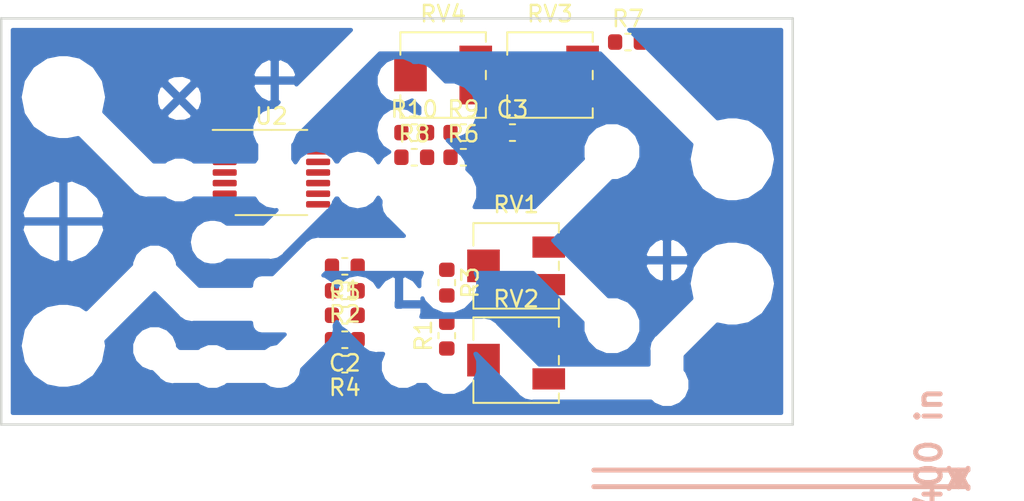
<source format=kicad_pcb>
(kicad_pcb (version 20171130) (host pcbnew 5.0.2+dfsg1-1)

  (general
    (thickness 1.6)
    (drawings 5)
    (tracks 0)
    (zones 0)
    (modules 18)
    (nets 21)
  )

  (page A4)
  (layers
    (0 F.Cu signal)
    (31 B.Cu power)
    (33 F.Adhes user)
    (35 F.Paste user)
    (37 F.SilkS user)
    (39 F.Mask user)
    (40 Dwgs.User user)
    (41 Cmts.User user)
    (42 Eco1.User user)
    (43 Eco2.User user)
    (44 Edge.Cuts user)
    (45 Margin user)
    (46 B.CrtYd user)
    (47 F.CrtYd user)
    (49 F.Fab user)
  )

  (setup
    (last_trace_width 1)
    (trace_clearance 0.2)
    (zone_clearance 0.508)
    (zone_45_only no)
    (trace_min 0.2)
    (segment_width 0.2)
    (edge_width 0.15)
    (via_size 0.8)
    (via_drill 0.4)
    (via_min_size 0.4)
    (via_min_drill 0.3)
    (uvia_size 0.3)
    (uvia_drill 0.1)
    (uvias_allowed no)
    (uvia_min_size 0.2)
    (uvia_min_drill 0.1)
    (pcb_text_width 0.3)
    (pcb_text_size 1.5 1.5)
    (mod_edge_width 0.15)
    (mod_text_size 1 1)
    (mod_text_width 0.15)
    (pad_size 1.524 1.524)
    (pad_drill 0.762)
    (pad_to_mask_clearance 0.051)
    (solder_mask_min_width 0.25)
    (aux_axis_origin 0 0)
    (grid_origin 132.334 94.996)
    (visible_elements FFFFEF7F)
    (pcbplotparams
      (layerselection 0x01000_fffffffe)
      (usegerberextensions true)
      (usegerberattributes true)
      (usegerberadvancedattributes false)
      (creategerberjobfile false)
      (gerberprecision 5)
      (excludeedgelayer true)
      (linewidth 0.100000)
      (plotframeref false)
      (viasonmask false)
      (mode 1)
      (useauxorigin false)
      (hpglpennumber 1)
      (hpglpenspeed 20)
      (hpglpendiameter 15.000000)
      (psnegative false)
      (psa4output false)
      (plotreference true)
      (plotvalue true)
      (plotinvisibletext false)
      (padsonsilk false)
      (subtractmaskfromsilk false)
      (outputformat 1)
      (mirror false)
      (drillshape 0)
      (scaleselection 1)
      (outputdirectory "GERBER/"))
  )

  (net 0 "")
  (net 1 GND)
  (net 2 "Net-(RV1-Pad2)")
  (net 3 "Net-(R5-Pad2)")
  (net 4 VCC)
  (net 5 "Net-(R2-Pad2)")
  (net 6 "Net-(R3-Pad1)")
  (net 7 "Net-(R4-Pad1)")
  (net 8 "Net-(RV2-Pad3)")
  (net 9 "Net-(C2-Pad2)")
  (net 10 "Net-(C3-Pad2)")
  (net 11 "Net-(R10-Pad2)")
  (net 12 "Net-(R9-Pad1)")
  (net 13 SENSOR_INPUT_B)
  (net 14 "Net-(R7-Pad1)")
  (net 15 "Net-(R6-Pad2)")
  (net 16 SENSOR_INPUT_A)
  (net 17 VOLTAGE_OUTPUT_B)
  (net 18 "Net-(RV4-Pad3)")
  (net 19 "Net-(RV3-Pad2)")
  (net 20 VOLTAGE_OUTPUT_A)

  (net_class Default "Ceci est la Netclass par défaut."
    (clearance 0.2)
    (trace_width 1)
    (via_dia 0.8)
    (via_drill 0.4)
    (uvia_dia 0.3)
    (uvia_drill 0.1)
    (add_net GND)
    (add_net "Net-(C2-Pad2)")
    (add_net "Net-(C3-Pad2)")
    (add_net "Net-(R10-Pad2)")
    (add_net "Net-(R2-Pad2)")
    (add_net "Net-(R3-Pad1)")
    (add_net "Net-(R4-Pad1)")
    (add_net "Net-(R5-Pad2)")
    (add_net "Net-(R6-Pad2)")
    (add_net "Net-(R7-Pad1)")
    (add_net "Net-(R9-Pad1)")
    (add_net "Net-(RV1-Pad2)")
    (add_net "Net-(RV2-Pad3)")
    (add_net "Net-(RV3-Pad2)")
    (add_net "Net-(RV4-Pad3)")
    (add_net SENSOR_INPUT_A)
    (add_net SENSOR_INPUT_B)
    (add_net VCC)
    (add_net VOLTAGE_OUTPUT_A)
    (add_net VOLTAGE_OUTPUT_B)
  )

  (module Capacitor_SMD:C_0603_1608Metric (layer F.Cu) (tedit 5B301BBE) (tstamp 5F68EE95)
    (at 159.859001 89.551001)
    (descr "Capacitor SMD 0603 (1608 Metric), square (rectangular) end terminal, IPC_7351 nominal, (Body size source: http://www.tortai-tech.com/upload/download/2011102023233369053.pdf), generated with kicad-footprint-generator")
    (tags capacitor)
    (path /5F68D700)
    (attr smd)
    (fp_text reference C3 (at 0 -1.43) (layer F.SilkS)
      (effects (font (size 1 1) (thickness 0.15)))
    )
    (fp_text value 100N (at 0 1.43) (layer F.Fab)
      (effects (font (size 1 1) (thickness 0.15)))
    )
    (fp_line (start -0.8 0.4) (end -0.8 -0.4) (layer F.Fab) (width 0.1))
    (fp_line (start -0.8 -0.4) (end 0.8 -0.4) (layer F.Fab) (width 0.1))
    (fp_line (start 0.8 -0.4) (end 0.8 0.4) (layer F.Fab) (width 0.1))
    (fp_line (start 0.8 0.4) (end -0.8 0.4) (layer F.Fab) (width 0.1))
    (fp_line (start -0.162779 -0.51) (end 0.162779 -0.51) (layer F.SilkS) (width 0.12))
    (fp_line (start -0.162779 0.51) (end 0.162779 0.51) (layer F.SilkS) (width 0.12))
    (fp_line (start -1.48 0.73) (end -1.48 -0.73) (layer F.CrtYd) (width 0.05))
    (fp_line (start -1.48 -0.73) (end 1.48 -0.73) (layer F.CrtYd) (width 0.05))
    (fp_line (start 1.48 -0.73) (end 1.48 0.73) (layer F.CrtYd) (width 0.05))
    (fp_line (start 1.48 0.73) (end -1.48 0.73) (layer F.CrtYd) (width 0.05))
    (fp_text user %R (at 0 0) (layer F.Fab)
      (effects (font (size 0.4 0.4) (thickness 0.06)))
    )
    (pad 1 smd roundrect (at -0.7875 0) (size 0.875 0.95) (layers F.Cu F.Paste F.Mask) (roundrect_rratio 0.25)
      (net 17 VOLTAGE_OUTPUT_B))
    (pad 2 smd roundrect (at 0.7875 0) (size 0.875 0.95) (layers F.Cu F.Paste F.Mask) (roundrect_rratio 0.25)
      (net 10 "Net-(C3-Pad2)"))
    (model ${KISYS3DMOD}/Capacitor_SMD.3dshapes/C_0603_1608Metric.wrl
      (at (xyz 0 0 0))
      (scale (xyz 1 1 1))
      (rotate (xyz 0 0 0))
    )
  )

  (module Potentiometer_SMD:Potentiometer_Vishay_TS53YJ_Vertical (layer F.Cu) (tedit 5A3D7171) (tstamp 5F68EDBA)
    (at 162.159001 86.021001)
    (descr "Potentiometer, vertical, Vishay TS53YJ, https://www.vishay.com/docs/51008/ts53.pdf")
    (tags "Potentiometer vertical Vishay TS53YJ")
    (path /5F68D6CB)
    (attr smd)
    (fp_text reference RV3 (at 0 -3.75) (layer F.SilkS)
      (effects (font (size 1 1) (thickness 0.15)))
    )
    (fp_text value 100K (at 0 3.75) (layer F.Fab)
      (effects (font (size 1 1) (thickness 0.15)))
    )
    (fp_text user %R (at 0 -2) (layer F.Fab)
      (effects (font (size 0.68 0.68) (thickness 0.15)))
    )
    (fp_line (start 3.25 -2.75) (end -3.25 -2.75) (layer F.CrtYd) (width 0.05))
    (fp_line (start 3.25 2.75) (end 3.25 -2.75) (layer F.CrtYd) (width 0.05))
    (fp_line (start -3.25 2.75) (end 3.25 2.75) (layer F.CrtYd) (width 0.05))
    (fp_line (start -3.25 -2.75) (end -3.25 2.75) (layer F.CrtYd) (width 0.05))
    (fp_line (start 2.62 2.04) (end 2.62 2.62) (layer F.SilkS) (width 0.12))
    (fp_line (start 2.62 -0.26) (end 2.62 0.26) (layer F.SilkS) (width 0.12))
    (fp_line (start 2.62 -2.62) (end 2.62 -2.039) (layer F.SilkS) (width 0.12))
    (fp_line (start -2.62 1.24) (end -2.62 2.62) (layer F.SilkS) (width 0.12))
    (fp_line (start -2.62 -2.62) (end -2.62 -1.24) (layer F.SilkS) (width 0.12))
    (fp_line (start -2.62 2.62) (end 2.62 2.62) (layer F.SilkS) (width 0.12))
    (fp_line (start -2.62 -2.62) (end 2.62 -2.62) (layer F.SilkS) (width 0.12))
    (fp_line (start -0.92 0.058) (end -0.92 -0.058) (layer F.Fab) (width 0.1))
    (fp_line (start -0.058 0.058) (end -0.92 0.058) (layer F.Fab) (width 0.1))
    (fp_line (start -0.058 0.92) (end -0.058 0.058) (layer F.Fab) (width 0.1))
    (fp_line (start 0.058 0.92) (end -0.058 0.92) (layer F.Fab) (width 0.1))
    (fp_line (start 0.058 0.058) (end 0.058 0.92) (layer F.Fab) (width 0.1))
    (fp_line (start 0.92 0.058) (end 0.058 0.058) (layer F.Fab) (width 0.1))
    (fp_line (start 0.92 -0.058) (end 0.92 0.058) (layer F.Fab) (width 0.1))
    (fp_line (start 0.058 -0.058) (end 0.92 -0.058) (layer F.Fab) (width 0.1))
    (fp_line (start 0.058 -0.92) (end 0.058 -0.058) (layer F.Fab) (width 0.1))
    (fp_line (start -0.058 -0.92) (end 0.058 -0.92) (layer F.Fab) (width 0.1))
    (fp_line (start -0.058 -0.058) (end -0.058 -0.92) (layer F.Fab) (width 0.1))
    (fp_line (start -0.92 -0.058) (end -0.058 -0.058) (layer F.Fab) (width 0.1))
    (fp_line (start 2.5 -2.5) (end -2.5 -2.5) (layer F.Fab) (width 0.1))
    (fp_line (start 2.5 2.5) (end 2.5 -2.5) (layer F.Fab) (width 0.1))
    (fp_line (start -2.5 2.5) (end 2.5 2.5) (layer F.Fab) (width 0.1))
    (fp_line (start -2.5 -2.5) (end -2.5 2.5) (layer F.Fab) (width 0.1))
    (fp_circle (center 0 0) (end 1.15 0) (layer F.Fab) (width 0.1))
    (pad 3 smd rect (at 2 1.15) (size 2 1.3) (layers F.Cu F.Paste F.Mask)
      (net 14 "Net-(R7-Pad1)"))
    (pad 2 smd rect (at -2 0) (size 2 2) (layers F.Cu F.Paste F.Mask)
      (net 19 "Net-(RV3-Pad2)"))
    (pad 1 smd rect (at 2 -1.15) (size 2 1.3) (layers F.Cu F.Paste F.Mask)
      (net 15 "Net-(R6-Pad2)"))
    (model ${KISYS3DMOD}/Potentiometer_SMD.3dshapes/Potentiometer_Vishay_TS53YJ_Vertical.wrl
      (at (xyz 0 0 0))
      (scale (xyz 1 1 1))
      (rotate (xyz 0 0 0))
    )
  )

  (module Potentiometer_SMD:Potentiometer_Vishay_TS53YJ_Vertical (layer F.Cu) (tedit 5A3D7171) (tstamp 5F68ED96)
    (at 155.609001 86.021001)
    (descr "Potentiometer, vertical, Vishay TS53YJ, https://www.vishay.com/docs/51008/ts53.pdf")
    (tags "Potentiometer vertical Vishay TS53YJ")
    (path /5F68D6B1)
    (attr smd)
    (fp_text reference RV4 (at 0 -3.75) (layer F.SilkS)
      (effects (font (size 1 1) (thickness 0.15)))
    )
    (fp_text value 100K (at 0 3.75) (layer F.Fab)
      (effects (font (size 1 1) (thickness 0.15)))
    )
    (fp_circle (center 0 0) (end 1.15 0) (layer F.Fab) (width 0.1))
    (fp_line (start -2.5 -2.5) (end -2.5 2.5) (layer F.Fab) (width 0.1))
    (fp_line (start -2.5 2.5) (end 2.5 2.5) (layer F.Fab) (width 0.1))
    (fp_line (start 2.5 2.5) (end 2.5 -2.5) (layer F.Fab) (width 0.1))
    (fp_line (start 2.5 -2.5) (end -2.5 -2.5) (layer F.Fab) (width 0.1))
    (fp_line (start -0.92 -0.058) (end -0.058 -0.058) (layer F.Fab) (width 0.1))
    (fp_line (start -0.058 -0.058) (end -0.058 -0.92) (layer F.Fab) (width 0.1))
    (fp_line (start -0.058 -0.92) (end 0.058 -0.92) (layer F.Fab) (width 0.1))
    (fp_line (start 0.058 -0.92) (end 0.058 -0.058) (layer F.Fab) (width 0.1))
    (fp_line (start 0.058 -0.058) (end 0.92 -0.058) (layer F.Fab) (width 0.1))
    (fp_line (start 0.92 -0.058) (end 0.92 0.058) (layer F.Fab) (width 0.1))
    (fp_line (start 0.92 0.058) (end 0.058 0.058) (layer F.Fab) (width 0.1))
    (fp_line (start 0.058 0.058) (end 0.058 0.92) (layer F.Fab) (width 0.1))
    (fp_line (start 0.058 0.92) (end -0.058 0.92) (layer F.Fab) (width 0.1))
    (fp_line (start -0.058 0.92) (end -0.058 0.058) (layer F.Fab) (width 0.1))
    (fp_line (start -0.058 0.058) (end -0.92 0.058) (layer F.Fab) (width 0.1))
    (fp_line (start -0.92 0.058) (end -0.92 -0.058) (layer F.Fab) (width 0.1))
    (fp_line (start -2.62 -2.62) (end 2.62 -2.62) (layer F.SilkS) (width 0.12))
    (fp_line (start -2.62 2.62) (end 2.62 2.62) (layer F.SilkS) (width 0.12))
    (fp_line (start -2.62 -2.62) (end -2.62 -1.24) (layer F.SilkS) (width 0.12))
    (fp_line (start -2.62 1.24) (end -2.62 2.62) (layer F.SilkS) (width 0.12))
    (fp_line (start 2.62 -2.62) (end 2.62 -2.039) (layer F.SilkS) (width 0.12))
    (fp_line (start 2.62 -0.26) (end 2.62 0.26) (layer F.SilkS) (width 0.12))
    (fp_line (start 2.62 2.04) (end 2.62 2.62) (layer F.SilkS) (width 0.12))
    (fp_line (start -3.25 -2.75) (end -3.25 2.75) (layer F.CrtYd) (width 0.05))
    (fp_line (start -3.25 2.75) (end 3.25 2.75) (layer F.CrtYd) (width 0.05))
    (fp_line (start 3.25 2.75) (end 3.25 -2.75) (layer F.CrtYd) (width 0.05))
    (fp_line (start 3.25 -2.75) (end -3.25 -2.75) (layer F.CrtYd) (width 0.05))
    (fp_text user %R (at 0 -2) (layer F.Fab)
      (effects (font (size 0.68 0.68) (thickness 0.15)))
    )
    (pad 1 smd rect (at 2 -1.15) (size 2 1.3) (layers F.Cu F.Paste F.Mask)
      (net 12 "Net-(R9-Pad1)"))
    (pad 2 smd rect (at -2 0) (size 2 2) (layers F.Cu F.Paste F.Mask)
      (net 17 VOLTAGE_OUTPUT_B))
    (pad 3 smd rect (at 2 1.15) (size 2 1.3) (layers F.Cu F.Paste F.Mask)
      (net 18 "Net-(RV4-Pad3)"))
    (model ${KISYS3DMOD}/Potentiometer_SMD.3dshapes/Potentiometer_Vishay_TS53YJ_Vertical.wrl
      (at (xyz 0 0 0))
      (scale (xyz 1 1 1))
      (rotate (xyz 0 0 0))
    )
  )

  (module Resistor_SMD:R_0603_1608Metric (layer F.Cu) (tedit 5B301BBD) (tstamp 5F68ECF2)
    (at 156.849001 91.061001)
    (descr "Resistor SMD 0603 (1608 Metric), square (rectangular) end terminal, IPC_7351 nominal, (Body size source: http://www.tortai-tech.com/upload/download/2011102023233369053.pdf), generated with kicad-footprint-generator")
    (tags resistor)
    (path /5F68D6D2)
    (attr smd)
    (fp_text reference R6 (at 0 -1.43) (layer F.SilkS)
      (effects (font (size 1 1) (thickness 0.15)))
    )
    (fp_text value 10K (at 0 1.43) (layer F.Fab)
      (effects (font (size 1 1) (thickness 0.15)))
    )
    (fp_line (start -0.8 0.4) (end -0.8 -0.4) (layer F.Fab) (width 0.1))
    (fp_line (start -0.8 -0.4) (end 0.8 -0.4) (layer F.Fab) (width 0.1))
    (fp_line (start 0.8 -0.4) (end 0.8 0.4) (layer F.Fab) (width 0.1))
    (fp_line (start 0.8 0.4) (end -0.8 0.4) (layer F.Fab) (width 0.1))
    (fp_line (start -0.162779 -0.51) (end 0.162779 -0.51) (layer F.SilkS) (width 0.12))
    (fp_line (start -0.162779 0.51) (end 0.162779 0.51) (layer F.SilkS) (width 0.12))
    (fp_line (start -1.48 0.73) (end -1.48 -0.73) (layer F.CrtYd) (width 0.05))
    (fp_line (start -1.48 -0.73) (end 1.48 -0.73) (layer F.CrtYd) (width 0.05))
    (fp_line (start 1.48 -0.73) (end 1.48 0.73) (layer F.CrtYd) (width 0.05))
    (fp_line (start 1.48 0.73) (end -1.48 0.73) (layer F.CrtYd) (width 0.05))
    (fp_text user %R (at 0 0) (layer F.Fab)
      (effects (font (size 0.4 0.4) (thickness 0.06)))
    )
    (pad 1 smd roundrect (at -0.7875 0) (size 0.875 0.95) (layers F.Cu F.Paste F.Mask) (roundrect_rratio 0.25)
      (net 4 VCC))
    (pad 2 smd roundrect (at 0.7875 0) (size 0.875 0.95) (layers F.Cu F.Paste F.Mask) (roundrect_rratio 0.25)
      (net 15 "Net-(R6-Pad2)"))
    (model ${KISYS3DMOD}/Resistor_SMD.3dshapes/R_0603_1608Metric.wrl
      (at (xyz 0 0 0))
      (scale (xyz 1 1 1))
      (rotate (xyz 0 0 0))
    )
  )

  (module Resistor_SMD:R_0603_1608Metric (layer F.Cu) (tedit 5B301BBD) (tstamp 5F68ECE1)
    (at 166.939001 84.001001)
    (descr "Resistor SMD 0603 (1608 Metric), square (rectangular) end terminal, IPC_7351 nominal, (Body size source: http://www.tortai-tech.com/upload/download/2011102023233369053.pdf), generated with kicad-footprint-generator")
    (tags resistor)
    (path /5F68D6D9)
    (attr smd)
    (fp_text reference R7 (at 0 -1.43) (layer F.SilkS)
      (effects (font (size 1 1) (thickness 0.15)))
    )
    (fp_text value 10K (at 0 1.43) (layer F.Fab)
      (effects (font (size 1 1) (thickness 0.15)))
    )
    (fp_text user %R (at 0 0) (layer F.Fab)
      (effects (font (size 0.4 0.4) (thickness 0.06)))
    )
    (fp_line (start 1.48 0.73) (end -1.48 0.73) (layer F.CrtYd) (width 0.05))
    (fp_line (start 1.48 -0.73) (end 1.48 0.73) (layer F.CrtYd) (width 0.05))
    (fp_line (start -1.48 -0.73) (end 1.48 -0.73) (layer F.CrtYd) (width 0.05))
    (fp_line (start -1.48 0.73) (end -1.48 -0.73) (layer F.CrtYd) (width 0.05))
    (fp_line (start -0.162779 0.51) (end 0.162779 0.51) (layer F.SilkS) (width 0.12))
    (fp_line (start -0.162779 -0.51) (end 0.162779 -0.51) (layer F.SilkS) (width 0.12))
    (fp_line (start 0.8 0.4) (end -0.8 0.4) (layer F.Fab) (width 0.1))
    (fp_line (start 0.8 -0.4) (end 0.8 0.4) (layer F.Fab) (width 0.1))
    (fp_line (start -0.8 -0.4) (end 0.8 -0.4) (layer F.Fab) (width 0.1))
    (fp_line (start -0.8 0.4) (end -0.8 -0.4) (layer F.Fab) (width 0.1))
    (pad 2 smd roundrect (at 0.7875 0) (size 0.875 0.95) (layers F.Cu F.Paste F.Mask) (roundrect_rratio 0.25)
      (net 1 GND))
    (pad 1 smd roundrect (at -0.7875 0) (size 0.875 0.95) (layers F.Cu F.Paste F.Mask) (roundrect_rratio 0.25)
      (net 14 "Net-(R7-Pad1)"))
    (model ${KISYS3DMOD}/Resistor_SMD.3dshapes/R_0603_1608Metric.wrl
      (at (xyz 0 0 0))
      (scale (xyz 1 1 1))
      (rotate (xyz 0 0 0))
    )
  )

  (module Resistor_SMD:R_0603_1608Metric (layer F.Cu) (tedit 5B301BBD) (tstamp 5F68ECD0)
    (at 153.839001 91.061001)
    (descr "Resistor SMD 0603 (1608 Metric), square (rectangular) end terminal, IPC_7351 nominal, (Body size source: http://www.tortai-tech.com/upload/download/2011102023233369053.pdf), generated with kicad-footprint-generator")
    (tags resistor)
    (path /5F68D6E1)
    (attr smd)
    (fp_text reference R8 (at 0 -1.43) (layer F.SilkS)
      (effects (font (size 1 1) (thickness 0.15)))
    )
    (fp_text value 10K (at 0 1.43) (layer F.Fab)
      (effects (font (size 1 1) (thickness 0.15)))
    )
    (fp_line (start -0.8 0.4) (end -0.8 -0.4) (layer F.Fab) (width 0.1))
    (fp_line (start -0.8 -0.4) (end 0.8 -0.4) (layer F.Fab) (width 0.1))
    (fp_line (start 0.8 -0.4) (end 0.8 0.4) (layer F.Fab) (width 0.1))
    (fp_line (start 0.8 0.4) (end -0.8 0.4) (layer F.Fab) (width 0.1))
    (fp_line (start -0.162779 -0.51) (end 0.162779 -0.51) (layer F.SilkS) (width 0.12))
    (fp_line (start -0.162779 0.51) (end 0.162779 0.51) (layer F.SilkS) (width 0.12))
    (fp_line (start -1.48 0.73) (end -1.48 -0.73) (layer F.CrtYd) (width 0.05))
    (fp_line (start -1.48 -0.73) (end 1.48 -0.73) (layer F.CrtYd) (width 0.05))
    (fp_line (start 1.48 -0.73) (end 1.48 0.73) (layer F.CrtYd) (width 0.05))
    (fp_line (start 1.48 0.73) (end -1.48 0.73) (layer F.CrtYd) (width 0.05))
    (fp_text user %R (at 0 0) (layer F.Fab)
      (effects (font (size 0.4 0.4) (thickness 0.06)))
    )
    (pad 1 smd roundrect (at -0.7875 0) (size 0.875 0.95) (layers F.Cu F.Paste F.Mask) (roundrect_rratio 0.25)
      (net 13 SENSOR_INPUT_B))
    (pad 2 smd roundrect (at 0.7875 0) (size 0.875 0.95) (layers F.Cu F.Paste F.Mask) (roundrect_rratio 0.25)
      (net 1 GND))
    (model ${KISYS3DMOD}/Resistor_SMD.3dshapes/R_0603_1608Metric.wrl
      (at (xyz 0 0 0))
      (scale (xyz 1 1 1))
      (rotate (xyz 0 0 0))
    )
  )

  (module Resistor_SMD:R_0603_1608Metric (layer F.Cu) (tedit 5B301BBD) (tstamp 5F68ECBF)
    (at 156.849001 89.551001)
    (descr "Resistor SMD 0603 (1608 Metric), square (rectangular) end terminal, IPC_7351 nominal, (Body size source: http://www.tortai-tech.com/upload/download/2011102023233369053.pdf), generated with kicad-footprint-generator")
    (tags resistor)
    (path /5F68D6B9)
    (attr smd)
    (fp_text reference R9 (at 0 -1.43) (layer F.SilkS)
      (effects (font (size 1 1) (thickness 0.15)))
    )
    (fp_text value 10K (at 0 1.43) (layer F.Fab)
      (effects (font (size 1 1) (thickness 0.15)))
    )
    (fp_text user %R (at 0 0) (layer F.Fab)
      (effects (font (size 0.4 0.4) (thickness 0.06)))
    )
    (fp_line (start 1.48 0.73) (end -1.48 0.73) (layer F.CrtYd) (width 0.05))
    (fp_line (start 1.48 -0.73) (end 1.48 0.73) (layer F.CrtYd) (width 0.05))
    (fp_line (start -1.48 -0.73) (end 1.48 -0.73) (layer F.CrtYd) (width 0.05))
    (fp_line (start -1.48 0.73) (end -1.48 -0.73) (layer F.CrtYd) (width 0.05))
    (fp_line (start -0.162779 0.51) (end 0.162779 0.51) (layer F.SilkS) (width 0.12))
    (fp_line (start -0.162779 -0.51) (end 0.162779 -0.51) (layer F.SilkS) (width 0.12))
    (fp_line (start 0.8 0.4) (end -0.8 0.4) (layer F.Fab) (width 0.1))
    (fp_line (start 0.8 -0.4) (end 0.8 0.4) (layer F.Fab) (width 0.1))
    (fp_line (start -0.8 -0.4) (end 0.8 -0.4) (layer F.Fab) (width 0.1))
    (fp_line (start -0.8 0.4) (end -0.8 -0.4) (layer F.Fab) (width 0.1))
    (pad 2 smd roundrect (at 0.7875 0) (size 0.875 0.95) (layers F.Cu F.Paste F.Mask) (roundrect_rratio 0.25)
      (net 10 "Net-(C3-Pad2)"))
    (pad 1 smd roundrect (at -0.7875 0) (size 0.875 0.95) (layers F.Cu F.Paste F.Mask) (roundrect_rratio 0.25)
      (net 12 "Net-(R9-Pad1)"))
    (model ${KISYS3DMOD}/Resistor_SMD.3dshapes/R_0603_1608Metric.wrl
      (at (xyz 0 0 0))
      (scale (xyz 1 1 1))
      (rotate (xyz 0 0 0))
    )
  )

  (module Resistor_SMD:R_0603_1608Metric (layer F.Cu) (tedit 5B301BBD) (tstamp 5F68ECAE)
    (at 153.839001 89.551001)
    (descr "Resistor SMD 0603 (1608 Metric), square (rectangular) end terminal, IPC_7351 nominal, (Body size source: http://www.tortai-tech.com/upload/download/2011102023233369053.pdf), generated with kicad-footprint-generator")
    (tags resistor)
    (path /5F68D6AA)
    (attr smd)
    (fp_text reference R10 (at 0 -1.43) (layer F.SilkS)
      (effects (font (size 1 1) (thickness 0.15)))
    )
    (fp_text value 10K (at 0 1.43) (layer F.Fab)
      (effects (font (size 1 1) (thickness 0.15)))
    )
    (fp_line (start -0.8 0.4) (end -0.8 -0.4) (layer F.Fab) (width 0.1))
    (fp_line (start -0.8 -0.4) (end 0.8 -0.4) (layer F.Fab) (width 0.1))
    (fp_line (start 0.8 -0.4) (end 0.8 0.4) (layer F.Fab) (width 0.1))
    (fp_line (start 0.8 0.4) (end -0.8 0.4) (layer F.Fab) (width 0.1))
    (fp_line (start -0.162779 -0.51) (end 0.162779 -0.51) (layer F.SilkS) (width 0.12))
    (fp_line (start -0.162779 0.51) (end 0.162779 0.51) (layer F.SilkS) (width 0.12))
    (fp_line (start -1.48 0.73) (end -1.48 -0.73) (layer F.CrtYd) (width 0.05))
    (fp_line (start -1.48 -0.73) (end 1.48 -0.73) (layer F.CrtYd) (width 0.05))
    (fp_line (start 1.48 -0.73) (end 1.48 0.73) (layer F.CrtYd) (width 0.05))
    (fp_line (start 1.48 0.73) (end -1.48 0.73) (layer F.CrtYd) (width 0.05))
    (fp_text user %R (at 0 0) (layer F.Fab)
      (effects (font (size 0.4 0.4) (thickness 0.06)))
    )
    (pad 1 smd roundrect (at -0.7875 0) (size 0.875 0.95) (layers F.Cu F.Paste F.Mask) (roundrect_rratio 0.25)
      (net 10 "Net-(C3-Pad2)"))
    (pad 2 smd roundrect (at 0.7875 0) (size 0.875 0.95) (layers F.Cu F.Paste F.Mask) (roundrect_rratio 0.25)
      (net 11 "Net-(R10-Pad2)"))
    (model ${KISYS3DMOD}/Resistor_SMD.3dshapes/R_0603_1608Metric.wrl
      (at (xyz 0 0 0))
      (scale (xyz 1 1 1))
      (rotate (xyz 0 0 0))
    )
  )

  (module Package_SO:TSSOP-14_4.4x5mm_P0.65mm (layer F.Cu) (tedit 5E476F32) (tstamp 5F68E425)
    (at 145.084 91.996)
    (descr "TSSOP, 14 Pin (JEDEC MO-153 Var AB-1 https://www.jedec.org/document_search?search_api_views_fulltext=MO-153), generated with kicad-footprint-generator ipc_gullwing_generator.py")
    (tags "TSSOP SO")
    (path /5F68709C)
    (attr smd)
    (fp_text reference U2 (at 0 -3.45) (layer F.SilkS)
      (effects (font (size 1 1) (thickness 0.15)))
    )
    (fp_text value MCP6244 (at 0 3.45) (layer F.Fab)
      (effects (font (size 1 1) (thickness 0.15)))
    )
    (fp_line (start 0 2.61) (end 2.2 2.61) (layer F.SilkS) (width 0.12))
    (fp_line (start 0 2.61) (end -2.2 2.61) (layer F.SilkS) (width 0.12))
    (fp_line (start 0 -2.61) (end 2.2 -2.61) (layer F.SilkS) (width 0.12))
    (fp_line (start 0 -2.61) (end -3.6 -2.61) (layer F.SilkS) (width 0.12))
    (fp_line (start -1.2 -2.5) (end 2.2 -2.5) (layer F.Fab) (width 0.1))
    (fp_line (start 2.2 -2.5) (end 2.2 2.5) (layer F.Fab) (width 0.1))
    (fp_line (start 2.2 2.5) (end -2.2 2.5) (layer F.Fab) (width 0.1))
    (fp_line (start -2.2 2.5) (end -2.2 -1.5) (layer F.Fab) (width 0.1))
    (fp_line (start -2.2 -1.5) (end -1.2 -2.5) (layer F.Fab) (width 0.1))
    (fp_line (start -3.85 -2.75) (end -3.85 2.75) (layer F.CrtYd) (width 0.05))
    (fp_line (start -3.85 2.75) (end 3.85 2.75) (layer F.CrtYd) (width 0.05))
    (fp_line (start 3.85 2.75) (end 3.85 -2.75) (layer F.CrtYd) (width 0.05))
    (fp_line (start 3.85 -2.75) (end -3.85 -2.75) (layer F.CrtYd) (width 0.05))
    (fp_text user %R (at 0 0) (layer F.Fab)
      (effects (font (size 1 1) (thickness 0.15)))
    )
    (pad 1 smd roundrect (at -2.8625 -1.95) (size 1.475 0.4) (layers F.Cu F.Paste F.Mask) (roundrect_rratio 0.25)
      (net 20 VOLTAGE_OUTPUT_A))
    (pad 2 smd roundrect (at -2.8625 -1.3) (size 1.475 0.4) (layers F.Cu F.Paste F.Mask) (roundrect_rratio 0.25)
      (net 9 "Net-(C2-Pad2)"))
    (pad 3 smd roundrect (at -2.8625 -0.65) (size 1.475 0.4) (layers F.Cu F.Paste F.Mask) (roundrect_rratio 0.25)
      (net 16 SENSOR_INPUT_A))
    (pad 4 smd roundrect (at -2.8625 0) (size 1.475 0.4) (layers F.Cu F.Paste F.Mask) (roundrect_rratio 0.25)
      (net 4 VCC))
    (pad 5 smd roundrect (at -2.8625 0.65) (size 1.475 0.4) (layers F.Cu F.Paste F.Mask) (roundrect_rratio 0.25)
      (net 2 "Net-(RV1-Pad2)"))
    (pad 6 smd roundrect (at -2.8625 1.3) (size 1.475 0.4) (layers F.Cu F.Paste F.Mask) (roundrect_rratio 0.25)
      (net 3 "Net-(R5-Pad2)"))
    (pad 7 smd roundrect (at -2.8625 1.95) (size 1.475 0.4) (layers F.Cu F.Paste F.Mask) (roundrect_rratio 0.25)
      (net 3 "Net-(R5-Pad2)"))
    (pad 8 smd roundrect (at 2.8625 1.95) (size 1.475 0.4) (layers F.Cu F.Paste F.Mask) (roundrect_rratio 0.25)
      (net 17 VOLTAGE_OUTPUT_B))
    (pad 9 smd roundrect (at 2.8625 1.3) (size 1.475 0.4) (layers F.Cu F.Paste F.Mask) (roundrect_rratio 0.25)
      (net 10 "Net-(C3-Pad2)"))
    (pad 10 smd roundrect (at 2.8625 0.65) (size 1.475 0.4) (layers F.Cu F.Paste F.Mask) (roundrect_rratio 0.25)
      (net 13 SENSOR_INPUT_B))
    (pad 11 smd roundrect (at 2.8625 0) (size 1.475 0.4) (layers F.Cu F.Paste F.Mask) (roundrect_rratio 0.25)
      (net 1 GND))
    (pad 12 smd roundrect (at 2.8625 -0.65) (size 1.475 0.4) (layers F.Cu F.Paste F.Mask) (roundrect_rratio 0.25)
      (net 19 "Net-(RV3-Pad2)"))
    (pad 13 smd roundrect (at 2.8625 -1.3) (size 1.475 0.4) (layers F.Cu F.Paste F.Mask) (roundrect_rratio 0.25)
      (net 11 "Net-(R10-Pad2)"))
    (pad 14 smd roundrect (at 2.8625 -1.95) (size 1.475 0.4) (layers F.Cu F.Paste F.Mask) (roundrect_rratio 0.25)
      (net 11 "Net-(R10-Pad2)"))
    (model ${KISYS3DMOD}/Package_SO.3dshapes/TSSOP-14_4.4x5mm_P0.65mm.wrl
      (at (xyz 0 0 0))
      (scale (xyz 1 1 1))
      (rotate (xyz 0 0 0))
    )
  )

  (module Potentiometer_SMD:Potentiometer_Vishay_TS53YJ_Vertical (layer F.Cu) (tedit 5A3D7171) (tstamp 5F689373)
    (at 160.084 103.496)
    (descr "Potentiometer, vertical, Vishay TS53YJ, https://www.vishay.com/docs/51008/ts53.pdf")
    (tags "Potentiometer vertical Vishay TS53YJ")
    (path /5F6FCEBE)
    (attr smd)
    (fp_text reference RV2 (at 0 -3.75) (layer F.SilkS)
      (effects (font (size 1 1) (thickness 0.15)))
    )
    (fp_text value 100K (at 0 3.75) (layer F.Fab)
      (effects (font (size 1 1) (thickness 0.15)))
    )
    (fp_text user %R (at 0 -2) (layer F.Fab)
      (effects (font (size 0.68 0.68) (thickness 0.15)))
    )
    (fp_line (start 3.25 -2.75) (end -3.25 -2.75) (layer F.CrtYd) (width 0.05))
    (fp_line (start 3.25 2.75) (end 3.25 -2.75) (layer F.CrtYd) (width 0.05))
    (fp_line (start -3.25 2.75) (end 3.25 2.75) (layer F.CrtYd) (width 0.05))
    (fp_line (start -3.25 -2.75) (end -3.25 2.75) (layer F.CrtYd) (width 0.05))
    (fp_line (start 2.62 2.04) (end 2.62 2.62) (layer F.SilkS) (width 0.12))
    (fp_line (start 2.62 -0.26) (end 2.62 0.26) (layer F.SilkS) (width 0.12))
    (fp_line (start 2.62 -2.62) (end 2.62 -2.039) (layer F.SilkS) (width 0.12))
    (fp_line (start -2.62 1.24) (end -2.62 2.62) (layer F.SilkS) (width 0.12))
    (fp_line (start -2.62 -2.62) (end -2.62 -1.24) (layer F.SilkS) (width 0.12))
    (fp_line (start -2.62 2.62) (end 2.62 2.62) (layer F.SilkS) (width 0.12))
    (fp_line (start -2.62 -2.62) (end 2.62 -2.62) (layer F.SilkS) (width 0.12))
    (fp_line (start -0.92 0.058) (end -0.92 -0.058) (layer F.Fab) (width 0.1))
    (fp_line (start -0.058 0.058) (end -0.92 0.058) (layer F.Fab) (width 0.1))
    (fp_line (start -0.058 0.92) (end -0.058 0.058) (layer F.Fab) (width 0.1))
    (fp_line (start 0.058 0.92) (end -0.058 0.92) (layer F.Fab) (width 0.1))
    (fp_line (start 0.058 0.058) (end 0.058 0.92) (layer F.Fab) (width 0.1))
    (fp_line (start 0.92 0.058) (end 0.058 0.058) (layer F.Fab) (width 0.1))
    (fp_line (start 0.92 -0.058) (end 0.92 0.058) (layer F.Fab) (width 0.1))
    (fp_line (start 0.058 -0.058) (end 0.92 -0.058) (layer F.Fab) (width 0.1))
    (fp_line (start 0.058 -0.92) (end 0.058 -0.058) (layer F.Fab) (width 0.1))
    (fp_line (start -0.058 -0.92) (end 0.058 -0.92) (layer F.Fab) (width 0.1))
    (fp_line (start -0.058 -0.058) (end -0.058 -0.92) (layer F.Fab) (width 0.1))
    (fp_line (start -0.92 -0.058) (end -0.058 -0.058) (layer F.Fab) (width 0.1))
    (fp_line (start 2.5 -2.5) (end -2.5 -2.5) (layer F.Fab) (width 0.1))
    (fp_line (start 2.5 2.5) (end 2.5 -2.5) (layer F.Fab) (width 0.1))
    (fp_line (start -2.5 2.5) (end 2.5 2.5) (layer F.Fab) (width 0.1))
    (fp_line (start -2.5 -2.5) (end -2.5 2.5) (layer F.Fab) (width 0.1))
    (fp_circle (center 0 0) (end 1.15 0) (layer F.Fab) (width 0.1))
    (pad 3 smd rect (at 2 1.15) (size 2 1.3) (layers F.Cu F.Paste F.Mask)
      (net 8 "Net-(RV2-Pad3)"))
    (pad 2 smd rect (at -2 0) (size 2 2) (layers F.Cu F.Paste F.Mask)
      (net 20 VOLTAGE_OUTPUT_A))
    (pad 1 smd rect (at 2 -1.15) (size 2 1.3) (layers F.Cu F.Paste F.Mask)
      (net 7 "Net-(R4-Pad1)"))
    (model ${KISYS3DMOD}/Potentiometer_SMD.3dshapes/Potentiometer_Vishay_TS53YJ_Vertical.wrl
      (at (xyz 0 0 0))
      (scale (xyz 1 1 1))
      (rotate (xyz 0 0 0))
    )
  )

  (module Potentiometer_SMD:Potentiometer_Vishay_TS53YJ_Vertical (layer F.Cu) (tedit 5A3D7171) (tstamp 5F689350)
    (at 160.084 97.718)
    (descr "Potentiometer, vertical, Vishay TS53YJ, https://www.vishay.com/docs/51008/ts53.pdf")
    (tags "Potentiometer vertical Vishay TS53YJ")
    (path /5F6FE59C)
    (attr smd)
    (fp_text reference RV1 (at 0 -3.75) (layer F.SilkS)
      (effects (font (size 1 1) (thickness 0.15)))
    )
    (fp_text value 100K (at 0 3.75) (layer F.Fab)
      (effects (font (size 1 1) (thickness 0.15)))
    )
    (fp_circle (center 0 0) (end 1.15 0) (layer F.Fab) (width 0.1))
    (fp_line (start -2.5 -2.5) (end -2.5 2.5) (layer F.Fab) (width 0.1))
    (fp_line (start -2.5 2.5) (end 2.5 2.5) (layer F.Fab) (width 0.1))
    (fp_line (start 2.5 2.5) (end 2.5 -2.5) (layer F.Fab) (width 0.1))
    (fp_line (start 2.5 -2.5) (end -2.5 -2.5) (layer F.Fab) (width 0.1))
    (fp_line (start -0.92 -0.058) (end -0.058 -0.058) (layer F.Fab) (width 0.1))
    (fp_line (start -0.058 -0.058) (end -0.058 -0.92) (layer F.Fab) (width 0.1))
    (fp_line (start -0.058 -0.92) (end 0.058 -0.92) (layer F.Fab) (width 0.1))
    (fp_line (start 0.058 -0.92) (end 0.058 -0.058) (layer F.Fab) (width 0.1))
    (fp_line (start 0.058 -0.058) (end 0.92 -0.058) (layer F.Fab) (width 0.1))
    (fp_line (start 0.92 -0.058) (end 0.92 0.058) (layer F.Fab) (width 0.1))
    (fp_line (start 0.92 0.058) (end 0.058 0.058) (layer F.Fab) (width 0.1))
    (fp_line (start 0.058 0.058) (end 0.058 0.92) (layer F.Fab) (width 0.1))
    (fp_line (start 0.058 0.92) (end -0.058 0.92) (layer F.Fab) (width 0.1))
    (fp_line (start -0.058 0.92) (end -0.058 0.058) (layer F.Fab) (width 0.1))
    (fp_line (start -0.058 0.058) (end -0.92 0.058) (layer F.Fab) (width 0.1))
    (fp_line (start -0.92 0.058) (end -0.92 -0.058) (layer F.Fab) (width 0.1))
    (fp_line (start -2.62 -2.62) (end 2.62 -2.62) (layer F.SilkS) (width 0.12))
    (fp_line (start -2.62 2.62) (end 2.62 2.62) (layer F.SilkS) (width 0.12))
    (fp_line (start -2.62 -2.62) (end -2.62 -1.24) (layer F.SilkS) (width 0.12))
    (fp_line (start -2.62 1.24) (end -2.62 2.62) (layer F.SilkS) (width 0.12))
    (fp_line (start 2.62 -2.62) (end 2.62 -2.039) (layer F.SilkS) (width 0.12))
    (fp_line (start 2.62 -0.26) (end 2.62 0.26) (layer F.SilkS) (width 0.12))
    (fp_line (start 2.62 2.04) (end 2.62 2.62) (layer F.SilkS) (width 0.12))
    (fp_line (start -3.25 -2.75) (end -3.25 2.75) (layer F.CrtYd) (width 0.05))
    (fp_line (start -3.25 2.75) (end 3.25 2.75) (layer F.CrtYd) (width 0.05))
    (fp_line (start 3.25 2.75) (end 3.25 -2.75) (layer F.CrtYd) (width 0.05))
    (fp_line (start 3.25 -2.75) (end -3.25 -2.75) (layer F.CrtYd) (width 0.05))
    (fp_text user %R (at 0 -2) (layer F.Fab)
      (effects (font (size 0.68 0.68) (thickness 0.15)))
    )
    (pad 1 smd rect (at 2 -1.15) (size 2 1.3) (layers F.Cu F.Paste F.Mask)
      (net 5 "Net-(R2-Pad2)"))
    (pad 2 smd rect (at -2 0) (size 2 2) (layers F.Cu F.Paste F.Mask)
      (net 2 "Net-(RV1-Pad2)"))
    (pad 3 smd rect (at 2 1.15) (size 2 1.3) (layers F.Cu F.Paste F.Mask)
      (net 6 "Net-(R3-Pad1)"))
    (model ${KISYS3DMOD}/Potentiometer_SMD.3dshapes/Potentiometer_Vishay_TS53YJ_Vertical.wrl
      (at (xyz 0 0 0))
      (scale (xyz 1 1 1))
      (rotate (xyz 0 0 0))
    )
  )

  (module Resistor_SMD:R_0603_1608Metric (layer F.Cu) (tedit 5B301BBD) (tstamp 5F693DDA)
    (at 155.834 101.996 90)
    (descr "Resistor SMD 0603 (1608 Metric), square (rectangular) end terminal, IPC_7351 nominal, (Body size source: http://www.tortai-tech.com/upload/download/2011102023233369053.pdf), generated with kicad-footprint-generator")
    (tags resistor)
    (path /5F7004A5)
    (attr smd)
    (fp_text reference R1 (at 0 -1.43 90) (layer F.SilkS)
      (effects (font (size 1 1) (thickness 0.15)))
    )
    (fp_text value 10K (at 0 1.43 90) (layer F.Fab)
      (effects (font (size 1 1) (thickness 0.15)))
    )
    (fp_line (start -0.8 0.4) (end -0.8 -0.4) (layer F.Fab) (width 0.1))
    (fp_line (start -0.8 -0.4) (end 0.8 -0.4) (layer F.Fab) (width 0.1))
    (fp_line (start 0.8 -0.4) (end 0.8 0.4) (layer F.Fab) (width 0.1))
    (fp_line (start 0.8 0.4) (end -0.8 0.4) (layer F.Fab) (width 0.1))
    (fp_line (start -0.162779 -0.51) (end 0.162779 -0.51) (layer F.SilkS) (width 0.12))
    (fp_line (start -0.162779 0.51) (end 0.162779 0.51) (layer F.SilkS) (width 0.12))
    (fp_line (start -1.48 0.73) (end -1.48 -0.73) (layer F.CrtYd) (width 0.05))
    (fp_line (start -1.48 -0.73) (end 1.48 -0.73) (layer F.CrtYd) (width 0.05))
    (fp_line (start 1.48 -0.73) (end 1.48 0.73) (layer F.CrtYd) (width 0.05))
    (fp_line (start 1.48 0.73) (end -1.48 0.73) (layer F.CrtYd) (width 0.05))
    (fp_text user %R (at 0 0 90) (layer F.Fab)
      (effects (font (size 0.4 0.4) (thickness 0.06)))
    )
    (pad 1 smd roundrect (at -0.7875 0 90) (size 0.875 0.95) (layers F.Cu F.Paste F.Mask) (roundrect_rratio 0.25)
      (net 16 SENSOR_INPUT_A))
    (pad 2 smd roundrect (at 0.7875 0 90) (size 0.875 0.95) (layers F.Cu F.Paste F.Mask) (roundrect_rratio 0.25)
      (net 1 GND))
    (model ${KISYS3DMOD}/Resistor_SMD.3dshapes/R_0603_1608Metric.wrl
      (at (xyz 0 0 0))
      (scale (xyz 1 1 1))
      (rotate (xyz 0 0 0))
    )
  )

  (module Resistor_SMD:R_0603_1608Metric (layer F.Cu) (tedit 5B301BBD) (tstamp 5F6928A9)
    (at 155.834 98.746 270)
    (descr "Resistor SMD 0603 (1608 Metric), square (rectangular) end terminal, IPC_7351 nominal, (Body size source: http://www.tortai-tech.com/upload/download/2011102023233369053.pdf), generated with kicad-footprint-generator")
    (tags resistor)
    (path /5F6FEA34)
    (attr smd)
    (fp_text reference R3 (at 0 -1.43 270) (layer F.SilkS)
      (effects (font (size 1 1) (thickness 0.15)))
    )
    (fp_text value 10K (at 0 1.43 270) (layer F.Fab)
      (effects (font (size 1 1) (thickness 0.15)))
    )
    (fp_text user %R (at 0 0 270) (layer F.Fab)
      (effects (font (size 0.4 0.4) (thickness 0.06)))
    )
    (fp_line (start 1.48 0.73) (end -1.48 0.73) (layer F.CrtYd) (width 0.05))
    (fp_line (start 1.48 -0.73) (end 1.48 0.73) (layer F.CrtYd) (width 0.05))
    (fp_line (start -1.48 -0.73) (end 1.48 -0.73) (layer F.CrtYd) (width 0.05))
    (fp_line (start -1.48 0.73) (end -1.48 -0.73) (layer F.CrtYd) (width 0.05))
    (fp_line (start -0.162779 0.51) (end 0.162779 0.51) (layer F.SilkS) (width 0.12))
    (fp_line (start -0.162779 -0.51) (end 0.162779 -0.51) (layer F.SilkS) (width 0.12))
    (fp_line (start 0.8 0.4) (end -0.8 0.4) (layer F.Fab) (width 0.1))
    (fp_line (start 0.8 -0.4) (end 0.8 0.4) (layer F.Fab) (width 0.1))
    (fp_line (start -0.8 -0.4) (end 0.8 -0.4) (layer F.Fab) (width 0.1))
    (fp_line (start -0.8 0.4) (end -0.8 -0.4) (layer F.Fab) (width 0.1))
    (pad 2 smd roundrect (at 0.7875 0 270) (size 0.875 0.95) (layers F.Cu F.Paste F.Mask) (roundrect_rratio 0.25)
      (net 1 GND))
    (pad 1 smd roundrect (at -0.7875 0 270) (size 0.875 0.95) (layers F.Cu F.Paste F.Mask) (roundrect_rratio 0.25)
      (net 6 "Net-(R3-Pad1)"))
    (model ${KISYS3DMOD}/Resistor_SMD.3dshapes/R_0603_1608Metric.wrl
      (at (xyz 0 0 0))
      (scale (xyz 1 1 1))
      (rotate (xyz 0 0 0))
    )
  )

  (module Capacitor_SMD:C_0603_1608Metric (layer F.Cu) (tedit 5B301BBE) (tstamp 5F69295E)
    (at 149.584 102.246 180)
    (descr "Capacitor SMD 0603 (1608 Metric), square (rectangular) end terminal, IPC_7351 nominal, (Body size source: http://www.tortai-tech.com/upload/download/2011102023233369053.pdf), generated with kicad-footprint-generator")
    (tags capacitor)
    (path /5F62144A)
    (attr smd)
    (fp_text reference C2 (at 0 -1.43 180) (layer F.SilkS)
      (effects (font (size 1 1) (thickness 0.15)))
    )
    (fp_text value 100N (at 0 1.43 180) (layer F.Fab)
      (effects (font (size 1 1) (thickness 0.15)))
    )
    (fp_text user %R (at 0 0 180) (layer F.Fab)
      (effects (font (size 0.4 0.4) (thickness 0.06)))
    )
    (fp_line (start 1.48 0.73) (end -1.48 0.73) (layer F.CrtYd) (width 0.05))
    (fp_line (start 1.48 -0.73) (end 1.48 0.73) (layer F.CrtYd) (width 0.05))
    (fp_line (start -1.48 -0.73) (end 1.48 -0.73) (layer F.CrtYd) (width 0.05))
    (fp_line (start -1.48 0.73) (end -1.48 -0.73) (layer F.CrtYd) (width 0.05))
    (fp_line (start -0.162779 0.51) (end 0.162779 0.51) (layer F.SilkS) (width 0.12))
    (fp_line (start -0.162779 -0.51) (end 0.162779 -0.51) (layer F.SilkS) (width 0.12))
    (fp_line (start 0.8 0.4) (end -0.8 0.4) (layer F.Fab) (width 0.1))
    (fp_line (start 0.8 -0.4) (end 0.8 0.4) (layer F.Fab) (width 0.1))
    (fp_line (start -0.8 -0.4) (end 0.8 -0.4) (layer F.Fab) (width 0.1))
    (fp_line (start -0.8 0.4) (end -0.8 -0.4) (layer F.Fab) (width 0.1))
    (pad 2 smd roundrect (at 0.7875 0 180) (size 0.875 0.95) (layers F.Cu F.Paste F.Mask) (roundrect_rratio 0.25)
      (net 9 "Net-(C2-Pad2)"))
    (pad 1 smd roundrect (at -0.7875 0 180) (size 0.875 0.95) (layers F.Cu F.Paste F.Mask) (roundrect_rratio 0.25)
      (net 20 VOLTAGE_OUTPUT_A))
    (model ${KISYS3DMOD}/Capacitor_SMD.3dshapes/C_0603_1608Metric.wrl
      (at (xyz 0 0 0))
      (scale (xyz 1 1 1))
      (rotate (xyz 0 0 0))
    )
  )

  (module Capacitor_SMD:C_0603_1608Metric (layer F.Cu) (tedit 5B301BBE) (tstamp 5F69294E)
    (at 149.584 97.746 180)
    (descr "Capacitor SMD 0603 (1608 Metric), square (rectangular) end terminal, IPC_7351 nominal, (Body size source: http://www.tortai-tech.com/upload/download/2011102023233369053.pdf), generated with kicad-footprint-generator")
    (tags capacitor)
    (path /5F717555)
    (attr smd)
    (fp_text reference C1 (at 0 -1.43 180) (layer F.SilkS)
      (effects (font (size 1 1) (thickness 0.15)))
    )
    (fp_text value 100N (at 0 1.43 180) (layer F.Fab)
      (effects (font (size 1 1) (thickness 0.15)))
    )
    (fp_line (start -0.8 0.4) (end -0.8 -0.4) (layer F.Fab) (width 0.1))
    (fp_line (start -0.8 -0.4) (end 0.8 -0.4) (layer F.Fab) (width 0.1))
    (fp_line (start 0.8 -0.4) (end 0.8 0.4) (layer F.Fab) (width 0.1))
    (fp_line (start 0.8 0.4) (end -0.8 0.4) (layer F.Fab) (width 0.1))
    (fp_line (start -0.162779 -0.51) (end 0.162779 -0.51) (layer F.SilkS) (width 0.12))
    (fp_line (start -0.162779 0.51) (end 0.162779 0.51) (layer F.SilkS) (width 0.12))
    (fp_line (start -1.48 0.73) (end -1.48 -0.73) (layer F.CrtYd) (width 0.05))
    (fp_line (start -1.48 -0.73) (end 1.48 -0.73) (layer F.CrtYd) (width 0.05))
    (fp_line (start 1.48 -0.73) (end 1.48 0.73) (layer F.CrtYd) (width 0.05))
    (fp_line (start 1.48 0.73) (end -1.48 0.73) (layer F.CrtYd) (width 0.05))
    (fp_text user %R (at 0 0 180) (layer F.Fab)
      (effects (font (size 0.4 0.4) (thickness 0.06)))
    )
    (pad 1 smd roundrect (at -0.7875 0 180) (size 0.875 0.95) (layers F.Cu F.Paste F.Mask) (roundrect_rratio 0.25)
      (net 4 VCC))
    (pad 2 smd roundrect (at 0.7875 0 180) (size 0.875 0.95) (layers F.Cu F.Paste F.Mask) (roundrect_rratio 0.25)
      (net 1 GND))
    (model ${KISYS3DMOD}/Capacitor_SMD.3dshapes/C_0603_1608Metric.wrl
      (at (xyz 0 0 0))
      (scale (xyz 1 1 1))
      (rotate (xyz 0 0 0))
    )
  )

  (module Resistor_SMD:R_0603_1608Metric (layer F.Cu) (tedit 5B301BBD) (tstamp 5F6928C9)
    (at 149.584 100.746)
    (descr "Resistor SMD 0603 (1608 Metric), square (rectangular) end terminal, IPC_7351 nominal, (Body size source: http://www.tortai-tech.com/upload/download/2011102023233369053.pdf), generated with kicad-footprint-generator")
    (tags resistor)
    (path /5F6FC9A8)
    (attr smd)
    (fp_text reference R5 (at 0 -1.43) (layer F.SilkS)
      (effects (font (size 1 1) (thickness 0.15)))
    )
    (fp_text value 10K (at 0 1.43) (layer F.Fab)
      (effects (font (size 1 1) (thickness 0.15)))
    )
    (fp_text user %R (at 0 0) (layer F.Fab)
      (effects (font (size 0.4 0.4) (thickness 0.06)))
    )
    (fp_line (start 1.48 0.73) (end -1.48 0.73) (layer F.CrtYd) (width 0.05))
    (fp_line (start 1.48 -0.73) (end 1.48 0.73) (layer F.CrtYd) (width 0.05))
    (fp_line (start -1.48 -0.73) (end 1.48 -0.73) (layer F.CrtYd) (width 0.05))
    (fp_line (start -1.48 0.73) (end -1.48 -0.73) (layer F.CrtYd) (width 0.05))
    (fp_line (start -0.162779 0.51) (end 0.162779 0.51) (layer F.SilkS) (width 0.12))
    (fp_line (start -0.162779 -0.51) (end 0.162779 -0.51) (layer F.SilkS) (width 0.12))
    (fp_line (start 0.8 0.4) (end -0.8 0.4) (layer F.Fab) (width 0.1))
    (fp_line (start 0.8 -0.4) (end 0.8 0.4) (layer F.Fab) (width 0.1))
    (fp_line (start -0.8 -0.4) (end 0.8 -0.4) (layer F.Fab) (width 0.1))
    (fp_line (start -0.8 0.4) (end -0.8 -0.4) (layer F.Fab) (width 0.1))
    (pad 2 smd roundrect (at 0.7875 0) (size 0.875 0.95) (layers F.Cu F.Paste F.Mask) (roundrect_rratio 0.25)
      (net 3 "Net-(R5-Pad2)"))
    (pad 1 smd roundrect (at -0.7875 0) (size 0.875 0.95) (layers F.Cu F.Paste F.Mask) (roundrect_rratio 0.25)
      (net 9 "Net-(C2-Pad2)"))
    (model ${KISYS3DMOD}/Resistor_SMD.3dshapes/R_0603_1608Metric.wrl
      (at (xyz 0 0 0))
      (scale (xyz 1 1 1))
      (rotate (xyz 0 0 0))
    )
  )

  (module Resistor_SMD:R_0603_1608Metric (layer F.Cu) (tedit 5B301BBD) (tstamp 5F6928B9)
    (at 149.584 103.746 180)
    (descr "Resistor SMD 0603 (1608 Metric), square (rectangular) end terminal, IPC_7351 nominal, (Body size source: http://www.tortai-tech.com/upload/download/2011102023233369053.pdf), generated with kicad-footprint-generator")
    (tags resistor)
    (path /5F6FD28A)
    (attr smd)
    (fp_text reference R4 (at 0 -1.43 180) (layer F.SilkS)
      (effects (font (size 1 1) (thickness 0.15)))
    )
    (fp_text value 10K (at 0 1.43 180) (layer F.Fab)
      (effects (font (size 1 1) (thickness 0.15)))
    )
    (fp_line (start -0.8 0.4) (end -0.8 -0.4) (layer F.Fab) (width 0.1))
    (fp_line (start -0.8 -0.4) (end 0.8 -0.4) (layer F.Fab) (width 0.1))
    (fp_line (start 0.8 -0.4) (end 0.8 0.4) (layer F.Fab) (width 0.1))
    (fp_line (start 0.8 0.4) (end -0.8 0.4) (layer F.Fab) (width 0.1))
    (fp_line (start -0.162779 -0.51) (end 0.162779 -0.51) (layer F.SilkS) (width 0.12))
    (fp_line (start -0.162779 0.51) (end 0.162779 0.51) (layer F.SilkS) (width 0.12))
    (fp_line (start -1.48 0.73) (end -1.48 -0.73) (layer F.CrtYd) (width 0.05))
    (fp_line (start -1.48 -0.73) (end 1.48 -0.73) (layer F.CrtYd) (width 0.05))
    (fp_line (start 1.48 -0.73) (end 1.48 0.73) (layer F.CrtYd) (width 0.05))
    (fp_line (start 1.48 0.73) (end -1.48 0.73) (layer F.CrtYd) (width 0.05))
    (fp_text user %R (at 0 0 180) (layer F.Fab)
      (effects (font (size 0.4 0.4) (thickness 0.06)))
    )
    (pad 1 smd roundrect (at -0.7875 0 180) (size 0.875 0.95) (layers F.Cu F.Paste F.Mask) (roundrect_rratio 0.25)
      (net 7 "Net-(R4-Pad1)"))
    (pad 2 smd roundrect (at 0.7875 0 180) (size 0.875 0.95) (layers F.Cu F.Paste F.Mask) (roundrect_rratio 0.25)
      (net 9 "Net-(C2-Pad2)"))
    (model ${KISYS3DMOD}/Resistor_SMD.3dshapes/R_0603_1608Metric.wrl
      (at (xyz 0 0 0))
      (scale (xyz 1 1 1))
      (rotate (xyz 0 0 0))
    )
  )

  (module Resistor_SMD:R_0603_1608Metric (layer F.Cu) (tedit 5B301BBD) (tstamp 5F692899)
    (at 149.584 99.246 180)
    (descr "Resistor SMD 0603 (1608 Metric), square (rectangular) end terminal, IPC_7351 nominal, (Body size source: http://www.tortai-tech.com/upload/download/2011102023233369053.pdf), generated with kicad-footprint-generator")
    (tags resistor)
    (path /5F6FE8C5)
    (attr smd)
    (fp_text reference R2 (at 0 -1.43 180) (layer F.SilkS)
      (effects (font (size 1 1) (thickness 0.15)))
    )
    (fp_text value 10K (at 0 1.43 180) (layer F.Fab)
      (effects (font (size 1 1) (thickness 0.15)))
    )
    (fp_line (start -0.8 0.4) (end -0.8 -0.4) (layer F.Fab) (width 0.1))
    (fp_line (start -0.8 -0.4) (end 0.8 -0.4) (layer F.Fab) (width 0.1))
    (fp_line (start 0.8 -0.4) (end 0.8 0.4) (layer F.Fab) (width 0.1))
    (fp_line (start 0.8 0.4) (end -0.8 0.4) (layer F.Fab) (width 0.1))
    (fp_line (start -0.162779 -0.51) (end 0.162779 -0.51) (layer F.SilkS) (width 0.12))
    (fp_line (start -0.162779 0.51) (end 0.162779 0.51) (layer F.SilkS) (width 0.12))
    (fp_line (start -1.48 0.73) (end -1.48 -0.73) (layer F.CrtYd) (width 0.05))
    (fp_line (start -1.48 -0.73) (end 1.48 -0.73) (layer F.CrtYd) (width 0.05))
    (fp_line (start 1.48 -0.73) (end 1.48 0.73) (layer F.CrtYd) (width 0.05))
    (fp_line (start 1.48 0.73) (end -1.48 0.73) (layer F.CrtYd) (width 0.05))
    (fp_text user %R (at 0 0 180) (layer F.Fab)
      (effects (font (size 0.4 0.4) (thickness 0.06)))
    )
    (pad 1 smd roundrect (at -0.7875 0 180) (size 0.875 0.95) (layers F.Cu F.Paste F.Mask) (roundrect_rratio 0.25)
      (net 4 VCC))
    (pad 2 smd roundrect (at 0.7875 0 180) (size 0.875 0.95) (layers F.Cu F.Paste F.Mask) (roundrect_rratio 0.25)
      (net 5 "Net-(R2-Pad2)"))
    (model ${KISYS3DMOD}/Resistor_SMD.3dshapes/R_0603_1608Metric.wrl
      (at (xyz 0 0 0))
      (scale (xyz 1 1 1))
      (rotate (xyz 0 0 0))
    )
  )

  (gr_line (start 128.524 82.55) (end 177.038 82.55) (layer Edge.Cuts) (width 0.15))
  (gr_line (start 177.038 82.55) (end 177.038 107.442) (layer Edge.Cuts) (width 0.15))
  (gr_line (start 177.038 107.442) (end 128.524 107.442) (layer Edge.Cuts) (width 0.15))
  (gr_line (start 128.524 107.442) (end 128.524 82.55) (layer Edge.Cuts) (width 0.15))
  (dimension 1.016 (width 0.3) (layer B.SilkS)
    (gr_text "1,016 mm" (at 189.298 110.744 270) (layer B.SilkS)
      (effects (font (size 1.5 1.5) (thickness 0.3)))
    )
    (feature1 (pts (xy 164.846 111.252) (xy 187.784421 111.252)))
    (feature2 (pts (xy 164.846 110.236) (xy 187.784421 110.236)))
    (crossbar (pts (xy 187.198 110.236) (xy 187.198 111.252)))
    (arrow1a (pts (xy 187.198 111.252) (xy 186.611579 110.125496)))
    (arrow1b (pts (xy 187.198 111.252) (xy 187.784421 110.125496)))
    (arrow2a (pts (xy 187.198 110.236) (xy 186.611579 111.362504)))
    (arrow2b (pts (xy 187.198 110.236) (xy 187.784421 111.362504)))
  )

  (zone (net 1) (net_name GND) (layer B.Cu) (tstamp 5F6392EE) (hatch edge 0.508)
    (connect_pads (clearance 0.508))
    (min_thickness 0.254)
    (fill yes (arc_segments 16) (thermal_gap 0.508) (thermal_bridge_width 0.508))
    (polygon
      (pts
        (xy 128.524 82.55) (xy 177.038 82.55) (xy 177.038 107.442) (xy 128.524 107.442)
      )
    )
    (filled_polygon
      (pts
        (xy 146.619243 86.598626) (xy 146.557915 86.487) (xy 145.415 86.487) (xy 145.415 87.630629) (xy 145.526394 87.691475)
        (xy 145.244869 87.973) (xy 145.002561 87.973) (xy 144.475138 88.191466) (xy 144.071466 88.595138) (xy 143.853 89.122561)
        (xy 143.853 89.693439) (xy 144.071466 90.220862) (xy 144.153001 90.302397) (xy 144.153 91.171717) (xy 144.053253 91.321)
        (xy 140.340396 91.321) (xy 140.258862 91.239466) (xy 139.731439 91.021) (xy 139.160561 91.021) (xy 138.633138 91.239466)
        (xy 138.551604 91.321) (xy 137.884132 91.321) (xy 135.026877 88.463745) (xy 138.617861 88.463745) (xy 138.691995 88.709864)
        (xy 139.229223 88.902965) (xy 139.799454 88.875778) (xy 140.200005 88.709864) (xy 140.274139 88.463745) (xy 139.446 87.635605)
        (xy 138.617861 88.463745) (xy 135.026877 88.463745) (xy 134.841191 88.27806) (xy 135.020622 87.376) (xy 134.993416 87.239223)
        (xy 137.999035 87.239223) (xy 138.026222 87.809454) (xy 138.192136 88.210005) (xy 138.438255 88.284139) (xy 139.266395 87.456)
        (xy 139.625605 87.456) (xy 140.453745 88.284139) (xy 140.699864 88.210005) (xy 140.892965 87.672777) (xy 140.865778 87.102546)
        (xy 140.702782 86.709039) (xy 143.896096 86.709039) (xy 144.056959 87.097423) (xy 144.432866 87.512389) (xy 144.938959 87.751914)
        (xy 145.161 87.630629) (xy 145.161 86.487) (xy 144.018085 86.487) (xy 143.896096 86.709039) (xy 140.702782 86.709039)
        (xy 140.699864 86.701995) (xy 140.453745 86.627861) (xy 139.625605 87.456) (xy 139.266395 87.456) (xy 138.438255 86.627861)
        (xy 138.192136 86.701995) (xy 137.999035 87.239223) (xy 134.993416 87.239223) (xy 134.836083 86.448255) (xy 138.617861 86.448255)
        (xy 139.446 87.276395) (xy 140.274139 86.448255) (xy 140.200005 86.202136) (xy 139.668136 86.010961) (xy 143.896096 86.010961)
        (xy 144.018085 86.233) (xy 145.161 86.233) (xy 145.161 85.089371) (xy 145.415 85.089371) (xy 145.415 86.233)
        (xy 146.557915 86.233) (xy 146.679904 86.010961) (xy 146.519041 85.622577) (xy 146.143134 85.207611) (xy 145.637041 84.968086)
        (xy 145.415 85.089371) (xy 145.161 85.089371) (xy 144.938959 84.968086) (xy 144.432866 85.207611) (xy 144.056959 85.622577)
        (xy 143.896096 86.010961) (xy 139.668136 86.010961) (xy 139.662777 86.009035) (xy 139.092546 86.036222) (xy 138.691995 86.202136)
        (xy 138.617861 86.448255) (xy 134.836083 86.448255) (xy 134.816115 86.347874) (xy 134.233729 85.476271) (xy 133.362126 84.893885)
        (xy 132.593521 84.741) (xy 132.074479 84.741) (xy 131.305874 84.893885) (xy 130.434271 85.476271) (xy 129.851885 86.347874)
        (xy 129.647378 87.376) (xy 129.851885 88.404126) (xy 130.434271 89.275729) (xy 131.305874 89.858115) (xy 132.074479 90.011)
        (xy 132.593521 90.011) (xy 133.23606 89.883191) (xy 136.532389 93.179521) (xy 136.595711 93.274289) (xy 136.952261 93.512528)
        (xy 136.971145 93.525146) (xy 137.414 93.613235) (xy 137.525783 93.591) (xy 138.551604 93.591) (xy 138.633138 93.672534)
        (xy 139.160561 93.891) (xy 139.731439 93.891) (xy 140.258862 93.672534) (xy 140.340396 93.591) (xy 144.053252 93.591)
        (xy 144.253424 93.890577) (xy 144.728092 94.20774) (xy 145.288 94.319113) (xy 145.397546 94.297323) (xy 144.563869 95.131)
        (xy 142.362283 95.131) (xy 142.037909 94.91426) (xy 141.619333 94.831) (xy 141.336667 94.831) (xy 140.918091 94.91426)
        (xy 140.443423 95.231423) (xy 140.12626 95.706091) (xy 140.014887 96.266) (xy 140.12626 96.825909) (xy 140.443423 97.300577)
        (xy 140.918091 97.61774) (xy 141.336667 97.701) (xy 141.619333 97.701) (xy 142.037909 97.61774) (xy 142.362283 97.401)
        (xy 144.922217 97.401) (xy 145.034 97.423235) (xy 145.145783 97.401) (xy 145.476855 97.335146) (xy 145.852289 97.084289)
        (xy 145.915613 96.989518) (xy 148.551521 94.353611) (xy 148.646289 94.290289) (xy 148.897146 93.914855) (xy 148.918675 93.80662)
        (xy 149.062748 93.591) (xy 149.133252 93.591) (xy 149.333424 93.890577) (xy 149.808092 94.20774) (xy 150.368 94.319113)
        (xy 150.927909 94.20774) (xy 151.402577 93.890577) (xy 151.638 93.538241) (xy 151.773 93.740282) (xy 151.773 93.868217)
        (xy 151.750765 93.98) (xy 151.838854 94.422854) (xy 151.838855 94.422855) (xy 152.089712 94.798289) (xy 152.18448 94.861611)
        (xy 153.203867 95.880999) (xy 148.059782 95.880999) (xy 147.948 95.858764) (xy 147.836218 95.880999) (xy 147.505146 95.946853)
        (xy 147.129712 96.19771) (xy 147.066392 96.292475) (xy 145.130308 98.22856) (xy 144.488 98.22856) (xy 144.240235 98.277843)
        (xy 144.030191 98.418191) (xy 143.889843 98.628235) (xy 143.84056 98.876) (xy 143.84056 98.941) (xy 140.678132 98.941)
        (xy 139.357 97.619869) (xy 139.357 97.504561) (xy 139.138534 96.977138) (xy 138.734862 96.573466) (xy 138.207439 96.355)
        (xy 137.636561 96.355) (xy 137.109138 96.573466) (xy 136.705466 96.977138) (xy 136.487 97.504561) (xy 136.487 97.619868)
        (xy 133.728309 100.37856) (xy 133.362126 100.133885) (xy 132.593521 99.981) (xy 132.074479 99.981) (xy 131.305874 100.133885)
        (xy 130.434271 100.716271) (xy 129.851885 101.587874) (xy 129.647378 102.616) (xy 129.851885 103.644126) (xy 130.434271 104.515729)
        (xy 131.305874 105.098115) (xy 132.074479 105.251) (xy 132.593521 105.251) (xy 133.362126 105.098115) (xy 134.233729 104.515729)
        (xy 134.816115 103.644126) (xy 135.020622 102.616) (xy 134.967615 102.349516) (xy 137.922 99.395132) (xy 139.326389 100.799521)
        (xy 139.389711 100.894289) (xy 139.76116 101.142483) (xy 139.765145 101.145146) (xy 140.207999 101.233235) (xy 140.319782 101.211)
        (xy 143.84056 101.211) (xy 143.84056 101.276) (xy 143.889843 101.523765) (xy 144.030191 101.733809) (xy 144.240235 101.874157)
        (xy 144.488 101.92344) (xy 145.899428 101.92344) (xy 145.364718 102.458151) (xy 144.982091 102.53426) (xy 144.657717 102.751)
        (xy 142.372396 102.751) (xy 142.290862 102.669466) (xy 141.763439 102.451) (xy 141.192561 102.451) (xy 140.665138 102.669466)
        (xy 140.583604 102.751) (xy 139.488132 102.751) (xy 139.357 102.619868) (xy 139.357 102.504561) (xy 139.138534 101.977138)
        (xy 138.734862 101.573466) (xy 138.207439 101.355) (xy 137.636561 101.355) (xy 137.109138 101.573466) (xy 136.705466 101.977138)
        (xy 136.487 102.504561) (xy 136.487 103.075439) (xy 136.705466 103.602862) (xy 137.109138 104.006534) (xy 137.636561 104.225)
        (xy 137.751868 104.225) (xy 138.136389 104.609521) (xy 138.199711 104.704289) (xy 138.50526 104.90845) (xy 138.575145 104.955146)
        (xy 139.017999 105.043235) (xy 139.129782 105.021) (xy 140.583604 105.021) (xy 140.665138 105.102534) (xy 141.192561 105.321)
        (xy 141.763439 105.321) (xy 142.290862 105.102534) (xy 142.372396 105.021) (xy 144.657717 105.021) (xy 144.982091 105.23774)
        (xy 145.400667 105.321) (xy 145.683333 105.321) (xy 146.101909 105.23774) (xy 146.576577 104.920577) (xy 146.89374 104.445909)
        (xy 146.969849 104.063282) (xy 148.551521 102.481611) (xy 148.646289 102.418289) (xy 148.897146 102.042855) (xy 148.911297 101.971712)
        (xy 148.985235 101.600001) (xy 148.963 101.488218) (xy 148.963 101.360283) (xy 149.098 101.158241) (xy 149.333424 101.510577)
        (xy 149.548272 101.654134) (xy 149.549712 101.656289) (xy 149.64448 101.719611) (xy 150.624399 102.699531) (xy 150.687721 102.794299)
        (xy 151.063155 103.045156) (xy 151.506009 103.133245) (xy 151.617792 103.11101) (xy 151.929779 103.11101) (xy 151.727 103.600561)
        (xy 151.727 104.171439) (xy 151.945466 104.698862) (xy 152.349138 105.102534) (xy 152.876561 105.321) (xy 153.447439 105.321)
        (xy 153.974862 105.102534) (xy 154.056396 105.021) (xy 154.538345 105.021) (xy 154.93355 105.416205) (xy 155.596963 105.691)
        (xy 156.315037 105.691) (xy 156.97845 105.416205) (xy 157.486205 104.90845) (xy 157.761 104.245037) (xy 157.761 103.526963)
        (xy 157.588706 103.11101) (xy 157.639879 103.11101) (xy 160.154389 105.625521) (xy 160.217711 105.720289) (xy 160.453156 105.877608)
        (xy 160.593145 105.971146) (xy 161.036 106.059235) (xy 161.147783 106.037) (xy 168.345604 106.037) (xy 168.521138 106.212534)
        (xy 169.048561 106.431) (xy 169.619439 106.431) (xy 170.146862 106.212534) (xy 170.550534 105.808862) (xy 170.769 105.281439)
        (xy 170.769 104.710561) (xy 170.550534 104.183138) (xy 170.469 104.101604) (xy 170.469 103.276131) (xy 172.43194 101.313191)
        (xy 173.074479 101.441) (xy 173.593521 101.441) (xy 174.362126 101.288115) (xy 175.233729 100.705729) (xy 175.816115 99.834126)
        (xy 176.020622 98.806) (xy 175.816115 97.777874) (xy 175.233729 96.906271) (xy 174.362126 96.323885) (xy 173.593521 96.171)
        (xy 173.074479 96.171) (xy 172.305874 96.323885) (xy 171.434271 96.906271) (xy 170.851885 97.777874) (xy 170.647378 98.806)
        (xy 170.826809 99.70806) (xy 168.61048 101.924389) (xy 168.515712 101.987711) (xy 168.371 102.204288) (xy 168.264854 102.363146)
        (xy 168.176765 102.806) (xy 168.199001 102.917788) (xy 168.199001 103.767) (xy 161.506132 103.767) (xy 158.991623 101.252492)
        (xy 158.928299 101.157721) (xy 158.552865 100.906864) (xy 158.221793 100.84101) (xy 158.11001 100.818775) (xy 157.998227 100.84101)
        (xy 154.273367 100.84101) (xy 154.343 100.603) (xy 154.343 100.203) (xy 153.035 100.203) (xy 153.035 100.223)
        (xy 152.781 100.223) (xy 152.781 100.203) (xy 152.761 100.203) (xy 152.761 99.949) (xy 152.781 99.949)
        (xy 152.781 98.406085) (xy 152.558961 98.284096) (xy 152.476181 98.301633) (xy 151.983104 98.5715) (xy 151.640499 98.997499)
        (xy 151.402576 98.641423) (xy 150.927908 98.32426) (xy 150.368 98.212887) (xy 149.808091 98.32426) (xy 149.333423 98.641424)
        (xy 149.098 98.993759) (xy 148.862576 98.641423) (xy 148.387908 98.32426) (xy 148.268604 98.300529) (xy 148.418134 98.150999)
        (xy 154.30673 98.150999) (xy 154.151 98.526963) (xy 154.151 98.967035) (xy 153.832896 98.5715) (xy 153.339819 98.301633)
        (xy 153.257039 98.284096) (xy 153.035 98.406085) (xy 153.035 99.949) (xy 154.343 99.949) (xy 154.343 99.708565)
        (xy 154.425795 99.90845) (xy 154.93355 100.416205) (xy 155.596963 100.691) (xy 156.315037 100.691) (xy 156.97845 100.416205)
        (xy 157.486205 99.90845) (xy 157.761 99.245037) (xy 157.761 98.526963) (xy 157.60527 98.150999) (xy 161.115868 98.150999)
        (xy 164.151 101.186132) (xy 164.151 101.745037) (xy 164.425795 102.40845) (xy 164.93355 102.916205) (xy 165.596963 103.191)
        (xy 166.315037 103.191) (xy 166.97845 102.916205) (xy 167.486205 102.40845) (xy 167.761 101.745037) (xy 167.761 101.026963)
        (xy 167.486205 100.36355) (xy 166.97845 99.855795) (xy 166.315037 99.581) (xy 165.756132 99.581) (xy 163.900173 97.725041)
        (xy 167.942086 97.725041) (xy 168.181611 98.231134) (xy 168.596577 98.607041) (xy 168.984961 98.767904) (xy 169.207 98.645915)
        (xy 169.207 97.503) (xy 169.461 97.503) (xy 169.461 98.645915) (xy 169.683039 98.767904) (xy 170.071423 98.607041)
        (xy 170.486389 98.231134) (xy 170.725914 97.725041) (xy 170.604629 97.503) (xy 169.461 97.503) (xy 169.207 97.503)
        (xy 168.063371 97.503) (xy 167.942086 97.725041) (xy 163.900173 97.725041) (xy 163.202091 97.026959) (xy 167.942086 97.026959)
        (xy 168.063371 97.249) (xy 169.207 97.249) (xy 169.207 96.106085) (xy 169.461 96.106085) (xy 169.461 97.249)
        (xy 170.604629 97.249) (xy 170.725914 97.026959) (xy 170.486389 96.520866) (xy 170.071423 96.144959) (xy 169.683039 95.984096)
        (xy 169.461 96.106085) (xy 169.207 96.106085) (xy 168.984961 95.984096) (xy 168.596577 96.144959) (xy 168.181611 96.520866)
        (xy 167.942086 97.026959) (xy 163.202091 97.026959) (xy 162.467612 96.292481) (xy 162.404288 96.19771) (xy 162.353442 96.163736)
        (xy 162.496289 96.068289) (xy 162.559613 95.973518) (xy 165.667609 92.865523) (xy 166.010132 92.523) (xy 166.315037 92.523)
        (xy 166.97845 92.248205) (xy 167.486205 91.74045) (xy 167.761 91.077037) (xy 167.761 90.358963) (xy 167.486205 89.69555)
        (xy 166.97845 89.187795) (xy 166.315037 88.913) (xy 165.596963 88.913) (xy 164.93355 89.187795) (xy 164.425795 89.69555)
        (xy 164.151 90.358963) (xy 164.151 91.077037) (xy 164.178776 91.144093) (xy 164.062479 91.260389) (xy 164.062477 91.260391)
        (xy 161.207869 94.115) (xy 157.538168 94.115) (xy 157.761 93.577037) (xy 157.761 92.858963) (xy 157.486205 92.19555)
        (xy 157.091902 91.801247) (xy 157.113235 91.693999) (xy 157.025146 91.251145) (xy 156.981617 91.185999) (xy 156.774289 90.875711)
        (xy 156.679521 90.81239) (xy 155.890132 90.023) (xy 156.315037 90.023) (xy 156.97845 89.748205) (xy 157.486205 89.24045)
        (xy 157.761 88.577037) (xy 157.761 87.858963) (xy 157.486205 87.19555) (xy 156.97845 86.687795) (xy 156.315037 86.413)
        (xy 155.756131 86.413) (xy 154.979613 85.636482) (xy 154.916289 85.541711) (xy 154.540855 85.290854) (xy 154.209783 85.225)
        (xy 154.098 85.202765) (xy 153.986217 85.225) (xy 153.802396 85.225) (xy 153.720862 85.143466) (xy 153.193439 84.925)
        (xy 152.622561 84.925) (xy 152.095138 85.143466) (xy 151.691466 85.547138) (xy 151.473 86.074561) (xy 151.473 86.645439)
        (xy 151.691466 87.172862) (xy 152.095138 87.576534) (xy 152.622561 87.795) (xy 153.193439 87.795) (xy 153.712759 87.57989)
        (xy 154.151 88.018131) (xy 154.151 88.364342) (xy 154.112854 88.338854) (xy 153.796734 88.275974) (xy 153.467909 88.05626)
        (xy 153.049333 87.973) (xy 152.766667 87.973) (xy 152.348091 88.05626) (xy 151.873423 88.373423) (xy 151.55626 88.848091)
        (xy 151.444887 89.408) (xy 151.55626 89.967909) (xy 151.873423 90.442577) (xy 152.306575 90.732) (xy 151.873423 91.021424)
        (xy 151.638 91.373759) (xy 151.402576 91.021423) (xy 150.927908 90.70426) (xy 150.368 90.592887) (xy 149.808091 90.70426)
        (xy 149.333423 91.021424) (xy 149.133253 91.321) (xy 149.062748 91.321) (xy 148.862576 91.021423) (xy 148.387908 90.70426)
        (xy 147.828 90.592887) (xy 147.268091 90.70426) (xy 146.793423 91.021424) (xy 146.558 91.373759) (xy 146.423 91.171718)
        (xy 146.423 90.302396) (xy 146.504534 90.220862) (xy 146.714732 89.713399) (xy 151.727132 84.701) (xy 165.243869 84.701)
        (xy 170.826809 90.283941) (xy 170.647378 91.186) (xy 170.851885 92.214126) (xy 171.434271 93.085729) (xy 172.305874 93.668115)
        (xy 173.074479 93.821) (xy 173.593521 93.821) (xy 174.362126 93.668115) (xy 175.233729 93.085729) (xy 175.816115 92.214126)
        (xy 176.020622 91.186) (xy 175.816115 90.157874) (xy 175.233729 89.286271) (xy 174.362126 88.703885) (xy 173.593521 88.551)
        (xy 173.074479 88.551) (xy 172.431941 88.678809) (xy 167.013131 83.26) (xy 176.328 83.26) (xy 176.328001 106.732)
        (xy 129.234 106.732) (xy 129.234 95.533163) (xy 129.754328 95.533163) (xy 130.156257 96.479472) (xy 130.889728 97.199936)
        (xy 131.796838 97.575667) (xy 132.207 97.468991) (xy 132.207 95.123) (xy 132.461 95.123) (xy 132.461 97.468991)
        (xy 132.871162 97.575667) (xy 133.778272 97.199936) (xy 134.511743 96.479472) (xy 134.913672 95.533163) (xy 134.807193 95.123)
        (xy 132.461 95.123) (xy 132.207 95.123) (xy 129.860807 95.123) (xy 129.754328 95.533163) (xy 129.234 95.533163)
        (xy 129.234 94.458837) (xy 129.754328 94.458837) (xy 129.860807 94.869) (xy 132.207 94.869) (xy 132.207 92.523009)
        (xy 132.461 92.523009) (xy 132.461 94.869) (xy 134.807193 94.869) (xy 134.913672 94.458837) (xy 134.511743 93.512528)
        (xy 133.778272 92.792064) (xy 132.871162 92.416333) (xy 132.461 92.523009) (xy 132.207 92.523009) (xy 131.796838 92.416333)
        (xy 130.889728 92.792064) (xy 130.156257 93.512528) (xy 129.754328 94.458837) (xy 129.234 94.458837) (xy 129.234 83.26)
        (xy 149.957868 83.26)
      )
    )
  )
)

</source>
